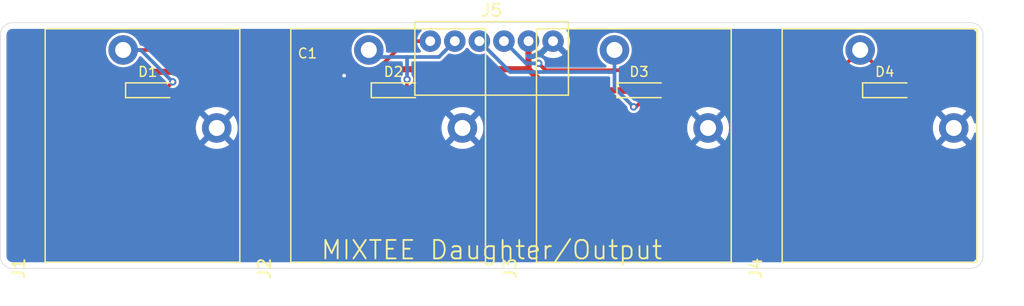
<source format=kicad_pcb>
(kicad_pcb (version 20241229) (generator "pcbnew") (generator_version "9.0")
  (layers (0 "F.Cu" signal) (2 "B.Cu" signal) (13 "F.Paste" user) (15 "B.Paste" user) (5 "F.SilkS" user "F.Silkscreen") (7 "B.SilkS" user "B.Silkscreen") (1 "F.Mask" user) (3 "B.Mask" user) (25 "Edge.Cuts" user))
  (net 0 "")
  (net 1 "+5VA")
  (net 2 "AIN1")
  (net 3 "AIN2")
  (net 4 "AIN3")
  (net 5 "AIN4")
  (net 6 "GND")
  (footprint "Diode_SMD:D_SOD-323" (layer "F.Cu") (at 72 5.5)
    (property "Reference" "D4" (at 0 -1.5 0) (layer "F.SilkS") (effects (font (size 0.8 0.8) (thickness 0.12))))
    (property "Value" "BAT54")
    (fp_line (start -1.8 -0.6) (end -1.8 0.6) (stroke (width 0.12)) (layer "F.SilkS"))
    (fp_line (start -1.8 -0.6) (end 1.8 -0.6) (stroke (width 0.12)) (layer "F.SilkS"))
    (fp_line (start -1.8 0.6) (end 1.8 0.6) (stroke (width 0.12)) (layer "F.SilkS"))
    (pad "1" smd roundrect (at -1.1 0) (size 1 0.6) (layers "F.Cu" "F.Mask") (net 1 "+5VA"))
    (pad "2" smd roundrect (at 1.1 0) (size 1 0.6) (layers "F.Cu" "F.Mask") (net 5 "AIN4"))
  )
  (footprint "Diode_SMD:D_SOD-323" (layer "F.Cu") (at 52 5.5)
    (property "Reference" "D3" (at 0 -1.5 0) (layer "F.SilkS") (effects (font (size 0.8 0.8) (thickness 0.12))))
    (property "Value" "BAT54")
    (fp_line (start -1.8 -0.6) (end -1.8 0.6) (stroke (width 0.12)) (layer "F.SilkS"))
    (fp_line (start -1.8 -0.6) (end 1.8 -0.6) (stroke (width 0.12)) (layer "F.SilkS"))
    (fp_line (start -1.8 0.6) (end 1.8 0.6) (stroke (width 0.12)) (layer "F.SilkS"))
    (pad "1" smd roundrect (at -1.1 0) (size 1 0.6) (layers "F.Cu" "F.Mask") (net 1 "+5VA"))
    (pad "2" smd roundrect (at 1.1 0) (size 1 0.6) (layers "F.Cu" "F.Mask") (net 4 "AIN3"))
  )
  (footprint "mixtee-footprints:Switchcraft_112BPC" (layer "F.Cu") (at 10 20 90)
    (property "Reference" "J1" (at 0 -8.5 90) (layer "F.SilkS"))
    (property "Value" "112BPC")
    (fp_line (start 19.5 -6.35) (end 19.5 9.5) (stroke (width 0.12)) (layer "F.SilkS"))
    (fp_line (start 0.5 -6.35) (end 19.5 -6.35) (stroke (width 0.12)) (layer "F.SilkS"))
    (fp_line (start 19.5 9.5) (end 0.5 9.5) (stroke (width 0.12)) (layer "F.SilkS"))
    (fp_line (start 0.5 9.5) (end 0.5 -6.35) (stroke (width 0.12)) (layer "F.SilkS"))
    (pad "S" thru_hole circle (at 11.43 7.62) (size 2.4 2.4) (drill 1.3) (layers "*.Cu" "*.Mask") (net 6 "GND"))
    (pad "T" thru_hole circle (at 17.78 0) (size 2.4 2.4) (drill 1.3) (layers "*.Cu" "*.Mask") (net 2 "AIN1"))
  )
  (footprint "Diode_SMD:D_SOD-323" (layer "F.Cu") (at 12 5.5)
    (property "Reference" "D1" (at 0 -1.5 0) (layer "F.SilkS") (effects (font (size 0.8 0.8) (thickness 0.12))))
    (property "Value" "BAT54")
    (fp_line (start -1.8 -0.6) (end -1.8 0.6) (stroke (width 0.12)) (layer "F.SilkS"))
    (fp_line (start -1.8 -0.6) (end 1.8 -0.6) (stroke (width 0.12)) (layer "F.SilkS"))
    (fp_line (start -1.8 0.6) (end 1.8 0.6) (stroke (width 0.12)) (layer "F.SilkS"))
    (pad "1" smd roundrect (at -1.1 0) (size 1 0.6) (layers "F.Cu" "F.Mask") (net 1 "+5VA"))
    (pad "2" smd roundrect (at 1.1 0) (size 1 0.6) (layers "F.Cu" "F.Mask") (net 2 "AIN1"))
  )
  (footprint "Capacitor_SMD:C_0603_1608Metric" (layer "F.Cu") (at 25 4)
    (property "Reference" "C1" (at 0 -1.5 0) (layer "F.SilkS") (effects (font (size 0.8 0.8) (thickness 0.12))))
    (property "Value" "100nF")
    (pad "1" smd roundrect (at -0.8 0) (size 0.9 1) (layers "F.Cu" "F.Mask") (net 1 "+5VA"))
    (pad "2" smd roundrect (at 0.8 0) (size 0.9 1) (layers "F.Cu" "F.Mask") (net 6 "GND"))
  )
  (footprint "mixtee-footprints:Switchcraft_112BPC" (layer "F.Cu") (at 70 20 90)
    (property "Reference" "J4" (at 0 -8.5 90) (layer "F.SilkS"))
    (property "Value" "112BPC")
    (fp_line (start 19.5 -6.35) (end 19.5 9.5) (stroke (width 0.12)) (layer "F.SilkS"))
    (fp_line (start 0.5 -6.35) (end 19.5 -6.35) (stroke (width 0.12)) (layer "F.SilkS"))
    (fp_line (start 19.5 9.5) (end 0.5 9.5) (stroke (width 0.12)) (layer "F.SilkS"))
    (fp_line (start 0.5 9.5) (end 0.5 -6.35) (stroke (width 0.12)) (layer "F.SilkS"))
    (pad "S" thru_hole circle (at 11.43 7.62) (size 2.4 2.4) (drill 1.3) (layers "*.Cu" "*.Mask") (net 6 "GND"))
    (pad "T" thru_hole circle (at 17.78 0) (size 2.4 2.4) (drill 1.3) (layers "*.Cu" "*.Mask") (net 5 "AIN4"))
  )
  (footprint "Connector_JST:JST_PH_B6B-PH-K_1x06_P2.00mm_Vertical" (layer "F.Cu") (at 35 1.5)
    (property "Reference" "J5" (at 5 -2.5 0) (layer "F.SilkS"))
    (property "Value" "B6B-PH-K-S")
    (fp_line (start -1.25 -1.6) (end 11.25 -1.6) (stroke (width 0.12)) (layer "F.SilkS"))
    (fp_line (start -1.25 4.4) (end -1.25 -1.6) (stroke (width 0.12)) (layer "F.SilkS"))
    (fp_line (start 11.25 -1.6) (end 11.25 4.4) (stroke (width 0.12)) (layer "F.SilkS"))
    (fp_line (start 11.25 4.4) (end -1.25 4.4) (stroke (width 0.12)) (layer "F.SilkS"))
    (pad "1" thru_hole circle (at 0 0) (size 1.75 1.75) (drill 0.8) (layers "*.Cu" "*.Mask") (net 2 "AIN1"))
    (pad "2" thru_hole circle (at 2 0) (size 1.75 1.75) (drill 0.8) (layers "*.Cu" "*.Mask") (net 3 "AIN2"))
    (pad "3" thru_hole circle (at 4 0) (size 1.75 1.75) (drill 0.8) (layers "*.Cu" "*.Mask") (net 4 "AIN3"))
    (pad "4" thru_hole circle (at 6 0) (size 1.75 1.75) (drill 0.8) (layers "*.Cu" "*.Mask") (net 5 "AIN4"))
    (pad "5" thru_hole circle (at 8 0) (size 1.75 1.75) (drill 0.8) (layers "*.Cu" "*.Mask") (net 1 "+5VA"))
    (pad "6" thru_hole circle (at 10 0) (size 1.75 1.75) (drill 0.8) (layers "*.Cu" "*.Mask") (net 6 "GND"))
  )
  (footprint "mixtee-footprints:Switchcraft_112BPC" (layer "F.Cu") (at 50 20 90)
    (property "Reference" "J3" (at 0 -8.5 90) (layer "F.SilkS"))
    (property "Value" "112BPC")
    (fp_line (start 19.5 -6.35) (end 19.5 9.5) (stroke (width 0.12)) (layer "F.SilkS"))
    (fp_line (start 0.5 -6.35) (end 19.5 -6.35) (stroke (width 0.12)) (layer "F.SilkS"))
    (fp_line (start 19.5 9.5) (end 0.5 9.5) (stroke (width 0.12)) (layer "F.SilkS"))
    (fp_line (start 0.5 9.5) (end 0.5 -6.35) (stroke (width 0.12)) (layer "F.SilkS"))
    (pad "S" thru_hole circle (at 11.43 7.62) (size 2.4 2.4) (drill 1.3) (layers "*.Cu" "*.Mask") (net 6 "GND"))
    (pad "T" thru_hole circle (at 17.78 0) (size 2.4 2.4) (drill 1.3) (layers "*.Cu" "*.Mask") (net 4 "AIN3"))
  )
  (footprint "mixtee-footprints:Switchcraft_112BPC" (layer "F.Cu") (at 30 20 90)
    (property "Reference" "J2" (at 0 -8.5 90) (layer "F.SilkS"))
    (property "Value" "112BPC")
    (fp_line (start 19.5 -6.35) (end 19.5 9.5) (stroke (width 0.12)) (layer "F.SilkS"))
    (fp_line (start 0.5 -6.35) (end 19.5 -6.35) (stroke (width 0.12)) (layer "F.SilkS"))
    (fp_line (start 19.5 9.5) (end 0.5 9.5) (stroke (width 0.12)) (layer "F.SilkS"))
    (fp_line (start 0.5 9.5) (end 0.5 -6.35) (stroke (width 0.12)) (layer "F.SilkS"))
    (pad "S" thru_hole circle (at 11.43 7.62) (size 2.4 2.4) (drill 1.3) (layers "*.Cu" "*.Mask") (net 6 "GND"))
    (pad "T" thru_hole circle (at 17.78 0) (size 2.4 2.4) (drill 1.3) (layers "*.Cu" "*.Mask") (net 3 "AIN2"))
  )
  (footprint "Diode_SMD:D_SOD-323" (layer "F.Cu") (at 32 5.5)
    (property "Reference" "D2" (at 0 -1.5 0) (layer "F.SilkS") (effects (font (size 0.8 0.8) (thickness 0.12))))
    (property "Value" "BAT54")
    (fp_line (start -1.8 -0.6) (end -1.8 0.6) (stroke (width 0.12)) (layer "F.SilkS"))
    (fp_line (start -1.8 -0.6) (end 1.8 -0.6) (stroke (width 0.12)) (layer "F.SilkS"))
    (fp_line (start -1.8 0.6) (end 1.8 0.6) (stroke (width 0.12)) (layer "F.SilkS"))
    (pad "1" smd roundrect (at -1.1 0) (size 1 0.6) (layers "F.Cu" "F.Mask") (net 1 "+5VA"))
    (pad "2" smd roundrect (at 1.1 0) (size 1 0.6) (layers "F.Cu" "F.Mask") (net 3 "AIN2"))
  )
  (gr_line (start 79 20) (end 1 20) (stroke (width 0.05)) (layer "Edge.Cuts"))
  (gr_arc (start 1 20) (mid 0.2929 19.7071) (end 0 19) (stroke (width 0.05)) (layer "Edge.Cuts"))
  (gr_arc (start 0 1) (mid 0.2929 0.2929) (end 1 0) (stroke (width 0.05)) (layer "Edge.Cuts"))
  (gr_line (start 80 1) (end 80 19) (stroke (width 0.05)) (layer "Edge.Cuts"))
  (gr_arc (start 80 19) (mid 79.7071 19.7071) (end 79 20) (stroke (width 0.05)) (layer "Edge.Cuts"))
  (gr_line (start 0 19) (end 0 1) (stroke (width 0.05)) (layer "Edge.Cuts"))
  (gr_arc (start 79 0) (mid 79.7071 0.2929) (end 80 1) (stroke (width 0.05)) (layer "Edge.Cuts"))
  (gr_line (start 1 0) (end 79 0) (stroke (width 0.05)) (layer "Edge.Cuts"))
  (gr_text "MIXTEE Daughter/Output" (at 40 18.5 0) (layer "F.SilkS") (effects (font (size 1.5 1.5))))
  (segment (start 24.2 4) (end 25.7 5.5) (width 0.5) (layer "F.Cu") (net 1))
  (segment (start 43 3.7872) (end 43 1.5) (width 0.5) (layer "F.Cu") (net 1))
  (segment (start 70.0672 4.6672) (end 51.7328 4.6672) (width 0.5) (layer "F.Cu") (net 1))
  (segment (start 44.7128 5.5) (end 50.9 5.5) (width 0.5) (layer "F.Cu") (net 1))
  (segment (start 32.6128 3.7872) (end 30.9 5.5) (width 0.5) (layer "F.Cu") (net 1))
  (segment (start 43 3.7872) (end 32.6128 3.7872) (width 0.5) (layer "F.Cu") (net 1))
  (segment (start 25.7 5.5) (end 30.9 5.5) (width 0.5) (layer "F.Cu") (net 1))
  (segment (start 12.4 4) (end 24.2 4) (width 0.5) (layer "F.Cu") (net 1))
  (segment (start 43 3.7872) (end 44.7128 5.5) (width 0.5) (layer "F.Cu") (net 1))
  (segment (start 10.9 5.5) (end 12.4 4) (width 0.5) (layer "F.Cu") (net 1))
  (segment (start 70.9 5.5) (end 70.0672 4.6672) (width 0.5) (layer "F.Cu") (net 1))
  (segment (start 51.7328 4.6672) (end 50.9 5.5) (width 0.5) (layer "F.Cu") (net 1))
  (segment (start 28.5624 3.8576) (end 26.9248 2.22) (width 0.3) (layer "F.Cu") (net 2))
  (segment (start 35 1.5) (end 33.0073 1.5) (width 0.3) (layer "F.Cu") (net 2))
  (segment (start 30.6497 3.8576) (end 28.5624 3.8576) (width 0.3) (layer "F.Cu") (net 2))
  (segment (start 14.0338 4.818) (end 13.3518 5.5) (width 0.3) (layer "F.Cu") (net 2))
  (segment (start 13.3518 5.5) (end 13.1 5.5) (width 0.3) (layer "F.Cu") (net 2))
  (segment (start 26.9248 2.22) (end 10 2.22) (width 0.3) (layer "F.Cu") (net 2))
  (segment (start 33.0073 1.5) (end 30.6497 3.8576) (width 0.3) (layer "F.Cu") (net 2))
  (via (at 14.0338 4.818) (size 0.6) (drill 0.3) (layers "F.Cu" "B.Cu") (net 2))
  (segment (start 10 2.22) (end 11.4358 2.22) (width 0.3) (layer "B.Cu") (net 2))
  (segment (start 11.4358 2.22) (end 14.0338 4.818) (width 0.3) (layer "B.Cu") (net 2))
  (segment (start 33.1 4.6327) (end 33.1 5.5) (width 0.3) (layer "F.Cu") (net 3))
  (segment (start 33.1144 4.6183) (end 33.1 4.6327) (width 0.3) (layer "F.Cu") (net 3))
  (via (at 33.1144 4.6183) (size 0.6) (drill 0.3) (layers "F.Cu" "B.Cu") (net 3))
  (segment (start 30 2.22) (end 30.5721 2.7921) (width 0.3) (layer "B.Cu") (net 3))
  (segment (start 33.1144 2.7921) (end 35.7079 2.7921) (width 0.3) (layer "B.Cu") (net 3))
  (segment (start 35.7079 2.7921) (end 37 1.5) (width 0.3) (layer "B.Cu") (net 3))
  (segment (start 33.1144 2.7921) (end 33.1144 4.6183) (width 0.3) (layer "B.Cu") (net 3))
  (segment (start 30.5721 2.7921) (end 33.1144 2.7921) (width 0.3) (layer "B.Cu") (net 3))
  (segment (start 51.7471 6.8529) (end 51.5562 6.8529) (width 0.3) (layer "F.Cu") (net 4))
  (segment (start 53.1 5.5) (end 51.7471 6.8529) (width 0.3) (layer "F.Cu") (net 4))
  (via (at 51.5562 6.8529) (size 0.6) (drill 0.3) (layers "F.Cu" "B.Cu") (net 4))
  (segment (start 41.5145 4.0145) (end 39 1.5) (width 0.3) (layer "B.Cu") (net 4))
  (segment (start 50 4.0145) (end 50 2.22) (width 0.3) (layer "B.Cu") (net 4))
  (segment (start 50 5.2967) (end 50 4.0145) (width 0.3) (layer "B.Cu") (net 4))
  (segment (start 51.5562 6.8529) (end 50 5.2967) (width 0.3) (layer "B.Cu") (net 4))
  (segment (start 50 4.0145) (end 41.5145 4.0145) (width 0.3) (layer "B.Cu") (net 4))
  (segment (start 70 2.22) (end 68.3502 3.8698) (width 0.3) (layer "F.Cu") (net 5))
  (segment (start 70 2.22) (end 73.1 5.32) (width 0.3) (layer "F.Cu") (net 5))
  (segment (start 73.1 5.32) (end 73.1 5.5) (width 0.3) (layer "F.Cu") (net 5))
  (segment (start 68.3502 3.8698) (end 44.3873 3.8698) (width 0.3) (layer "F.Cu") (net 5))
  (segment (start 44.3873 3.8698) (end 43.8296 3.3121) (width 0.3) (layer "F.Cu") (net 5))
  (via (at 43.8296 3.3121) (size 0.6) (drill 0.3) (layers "F.Cu" "B.Cu") (net 5))
  (segment (start 43.8296 3.3121) (end 42.8121 3.3121) (width 0.3) (layer "B.Cu") (net 5))
  (segment (start 42.8121 3.3121) (end 41 1.5) (width 0.3) (layer "B.Cu") (net 5))
  (segment (start 26.1074 4.3074) (end 25.8 4) (width 0.25) (layer "F.Cu") (net 6))
  (segment (start 27.989 4.3074) (end 26.1074 4.3074) (width 0.25) (layer "F.Cu") (net 6))
  (via (at 27.989 4.3074) (size 0.6) (drill 0.3) (layers "F.Cu" "B.Cu") (net 6))
  (zone (net 6) (net_name "GND") (layer "B.Cu") (connect_pads (clearance 0.2)) (min_thickness 0.25) (fill yes (thermal_gap 0.5) (thermal_bridge_width 0.5))
    (polygon (pts (xy 0 0) (xy 80 0) (xy 80 20) (xy 0 20)))
  )
)
</source>
